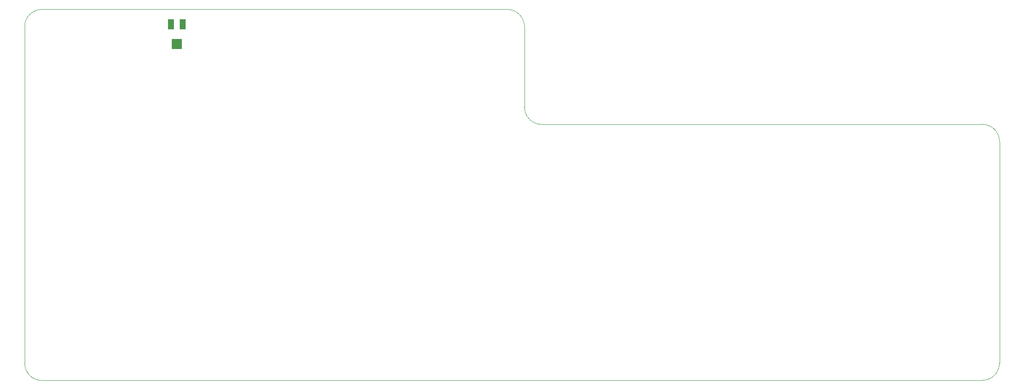
<source format=gbr>
%TF.GenerationSoftware,KiCad,Pcbnew,(6.0.7)*%
%TF.CreationDate,2023-07-12T13:06:10-04:00*%
%TF.ProjectId,Stylophone,5374796c-6f70-4686-9f6e-652e6b696361,rev?*%
%TF.SameCoordinates,Original*%
%TF.FileFunction,Paste,Bot*%
%TF.FilePolarity,Positive*%
%FSLAX46Y46*%
G04 Gerber Fmt 4.6, Leading zero omitted, Abs format (unit mm)*
G04 Created by KiCad (PCBNEW (6.0.7)) date 2023-07-12 13:06:10*
%MOMM*%
%LPD*%
G01*
G04 APERTURE LIST*
%TA.AperFunction,Profile*%
%ADD10C,0.100000*%
%TD*%
%ADD11R,1.300000X2.000000*%
%ADD12R,2.000000X2.000000*%
G04 APERTURE END LIST*
D10*
X26000000Y-85500000D02*
X120000000Y-85500000D01*
X26000000Y-85500000D02*
G75*
G03*
X22500000Y-89000000I0J-3500000D01*
G01*
X216000000Y-160480000D02*
X26000000Y-160500000D01*
X216000000Y-108720000D02*
X127000000Y-108740000D01*
X216000000Y-160480000D02*
G75*
G03*
X219500000Y-156980000I0J3500000D01*
G01*
X123500000Y-105240000D02*
G75*
G03*
X127000000Y-108740000I3500000J0D01*
G01*
X22500000Y-157000000D02*
G75*
G03*
X26000000Y-160500000I3500000J0D01*
G01*
X123500000Y-89000000D02*
X123500000Y-105240000D01*
X219500000Y-112220000D02*
G75*
G03*
X216000000Y-108720000I-3500000J0D01*
G01*
X22500000Y-89000000D02*
X22500000Y-157000000D01*
X123500000Y-89000000D02*
G75*
G03*
X120000000Y-85500000I-3500000J0D01*
G01*
X219500000Y-156980000D02*
X219500000Y-112220000D01*
D11*
%TO.C,RV1*%
X52100000Y-88500000D03*
D12*
X53250000Y-92500000D03*
D11*
X54400000Y-88500000D03*
%TD*%
M02*

</source>
